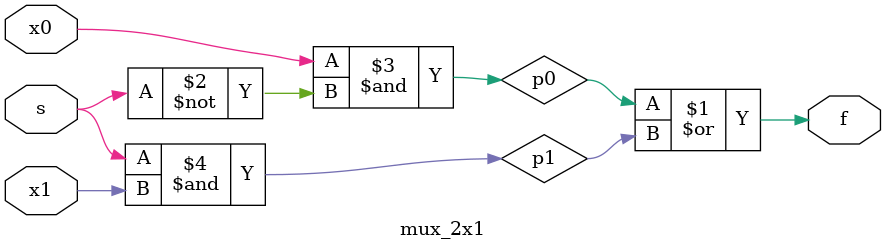
<source format=sv>
`timescale 1ns / 1ps


module mux_2x1(
    input logic x0,
    input logic x1,
    input logic s,
    output logic f
    );
    
    logic p0, p1;
    
    assign f = p0 | p1;
    assign p0 = x0 & ~s;
    assign p1 = s & x1;
endmodule

</source>
